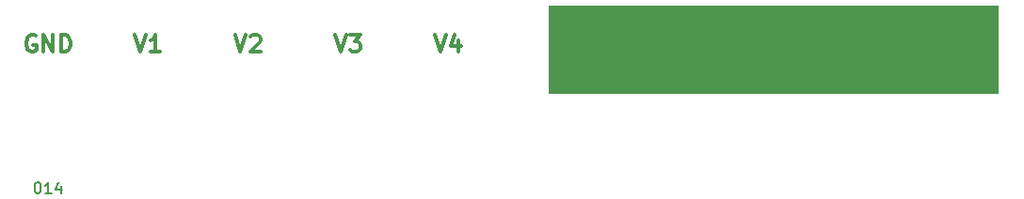
<source format=gbr>
%TF.GenerationSoftware,KiCad,Pcbnew,6.0.9+dfsg-1~bpo11+1*%
%TF.CreationDate,2022-11-11T14:52:19+01:00*%
%TF.ProjectId,014-base-power-board,3031342d-6261-4736-952d-706f7765722d,1*%
%TF.SameCoordinates,Original*%
%TF.FileFunction,Legend,Top*%
%TF.FilePolarity,Positive*%
%FSLAX46Y46*%
G04 Gerber Fmt 4.6, Leading zero omitted, Abs format (unit mm)*
G04 Created by KiCad (PCBNEW 6.0.9+dfsg-1~bpo11+1) date 2022-11-11 14:52:19*
%MOMM*%
%LPD*%
G01*
G04 APERTURE LIST*
%ADD10C,0.300000*%
%ADD11C,0.150000*%
G04 APERTURE END LIST*
D10*
X141285714Y-84178571D02*
X141785714Y-85678571D01*
X142285714Y-84178571D01*
X143428571Y-84678571D02*
X143428571Y-85678571D01*
X143071428Y-84107142D02*
X142714285Y-85178571D01*
X143642857Y-85178571D01*
X132285714Y-84178571D02*
X132785714Y-85678571D01*
X133285714Y-84178571D01*
X133642857Y-84178571D02*
X134571428Y-84178571D01*
X134071428Y-84750000D01*
X134285714Y-84750000D01*
X134428571Y-84821428D01*
X134500000Y-84892857D01*
X134571428Y-85035714D01*
X134571428Y-85392857D01*
X134500000Y-85535714D01*
X134428571Y-85607142D01*
X134285714Y-85678571D01*
X133857142Y-85678571D01*
X133714285Y-85607142D01*
X133642857Y-85535714D01*
X123285714Y-84178571D02*
X123785714Y-85678571D01*
X124285714Y-84178571D01*
X124714285Y-84321428D02*
X124785714Y-84250000D01*
X124928571Y-84178571D01*
X125285714Y-84178571D01*
X125428571Y-84250000D01*
X125500000Y-84321428D01*
X125571428Y-84464285D01*
X125571428Y-84607142D01*
X125500000Y-84821428D01*
X124642857Y-85678571D01*
X125571428Y-85678571D01*
X114285714Y-84178571D02*
X114785714Y-85678571D01*
X115285714Y-84178571D01*
X116571428Y-85678571D02*
X115714285Y-85678571D01*
X116142857Y-85678571D02*
X116142857Y-84178571D01*
X116000000Y-84392857D01*
X115857142Y-84535714D01*
X115714285Y-84607142D01*
X105357142Y-84250000D02*
X105214285Y-84178571D01*
X105000000Y-84178571D01*
X104785714Y-84250000D01*
X104642857Y-84392857D01*
X104571428Y-84535714D01*
X104500000Y-84821428D01*
X104500000Y-85035714D01*
X104571428Y-85321428D01*
X104642857Y-85464285D01*
X104785714Y-85607142D01*
X105000000Y-85678571D01*
X105142857Y-85678571D01*
X105357142Y-85607142D01*
X105428571Y-85535714D01*
X105428571Y-85035714D01*
X105142857Y-85035714D01*
X106071428Y-85678571D02*
X106071428Y-84178571D01*
X106928571Y-85678571D01*
X106928571Y-84178571D01*
X107642857Y-85678571D02*
X107642857Y-84178571D01*
X108000000Y-84178571D01*
X108214285Y-84250000D01*
X108357142Y-84392857D01*
X108428571Y-84535714D01*
X108500000Y-84821428D01*
X108500000Y-85035714D01*
X108428571Y-85321428D01*
X108357142Y-85464285D01*
X108214285Y-85607142D01*
X108000000Y-85678571D01*
X107642857Y-85678571D01*
D11*
X105500000Y-97452380D02*
X105595238Y-97452380D01*
X105690476Y-97500000D01*
X105738095Y-97547619D01*
X105785714Y-97642857D01*
X105833333Y-97833333D01*
X105833333Y-98071428D01*
X105785714Y-98261904D01*
X105738095Y-98357142D01*
X105690476Y-98404761D01*
X105595238Y-98452380D01*
X105500000Y-98452380D01*
X105404761Y-98404761D01*
X105357142Y-98357142D01*
X105309523Y-98261904D01*
X105261904Y-98071428D01*
X105261904Y-97833333D01*
X105309523Y-97642857D01*
X105357142Y-97547619D01*
X105404761Y-97500000D01*
X105500000Y-97452380D01*
X106785714Y-98452380D02*
X106214285Y-98452380D01*
X106500000Y-98452380D02*
X106500000Y-97452380D01*
X106404761Y-97595238D01*
X106309523Y-97690476D01*
X106214285Y-97738095D01*
X107642857Y-97785714D02*
X107642857Y-98452380D01*
X107404761Y-97404761D02*
X107166666Y-98119047D01*
X107785714Y-98119047D01*
G36*
X191959191Y-81518907D02*
G01*
X191995155Y-81568407D01*
X192000000Y-81599000D01*
X192000000Y-89401000D01*
X191981093Y-89459191D01*
X191931593Y-89495155D01*
X191901000Y-89500000D01*
X151599000Y-89500000D01*
X151540809Y-89481093D01*
X151504845Y-89431593D01*
X151500000Y-89401000D01*
X151500000Y-81599000D01*
X151518907Y-81540809D01*
X151568407Y-81504845D01*
X151599000Y-81500000D01*
X191901000Y-81500000D01*
X191959191Y-81518907D01*
G37*
M02*

</source>
